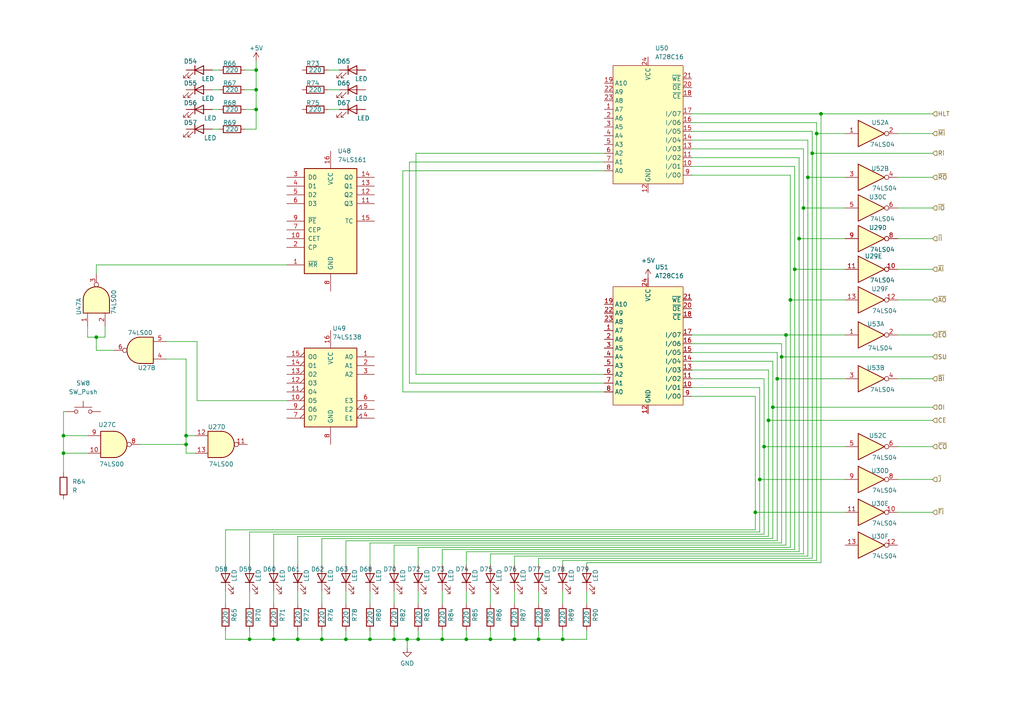
<source format=kicad_sch>
(kicad_sch (version 20230121) (generator eeschema)
  (paper "A4")
  (lib_symbols
    (symbol "74xx:74LS00" (pin_names (offset 1.016))
      (property "Reference" "U" (at 0 1.27 0))
      (property "Value" "74LS00" (at 0 -1.27 0))
      (symbol "74LS00_1_1"
        (arc (start 0 -3.81) (mid 3.7934 0) (end 0 3.81) (stroke (width 0.254)) (fill (type background)))
        (polyline (pts (xy 0 3.81) (xy -3.81 3.81) (xy -3.81 -3.81) (xy 0 -3.81)) (stroke (width 0.254)) (fill (type background)))
        (pin input line (at -7.62 2.54 0) (length 3.81) (name "~") (number "1"))
        (pin input line (at -7.62 -2.54 0) (length 3.81) (name "~") (number "2"))
        (pin output inverted (at 7.62 0 180) (length 3.81) (name "~") (number "3"))
      )
      (symbol "74LS00_1_2"
        (arc (start -3.81 -3.81) (mid -2.589 0) (end -3.81 3.81) (stroke (width 0.254)))
        (arc (start -0.6096 -3.81) (mid 2.1842 -2.5851) (end 3.81 0) (stroke (width 0.254)) (fill (type background)))
        (polyline (pts (xy -3.81 -3.81) (xy -0.635 -3.81)) (stroke (width 0.254)) (fill (type background)))
        (polyline (pts (xy -3.81 3.81) (xy -0.635 3.81)) (stroke (width 0.254)) (fill (type background)))
        (polyline (pts (xy -0.635 3.81) (xy -3.81 3.81) (xy -3.81 3.81) (xy -3.556 3.4036) (xy -3.0226 2.2606) (xy -2.6924 1.0414) (xy -2.6162 -0.254) (xy -2.7686 -1.4986) (xy -3.175 -2.7178) (xy -3.81 -3.81) (xy -3.81 -3.81) (xy -0.635 -3.81)) (stroke (width -25.4)) (fill (type background)))
        (arc (start 3.81 0) (mid 2.1915 2.5936) (end -0.6096 3.81) (stroke (width 0.254)) (fill (type background)))
        (pin input inverted (at -7.62 2.54 0) (length 4.318) (name "~") (number "1"))
        (pin input inverted (at -7.62 -2.54 0) (length 4.318) (name "~") (number "2"))
        (pin output line (at 7.62 0 180) (length 3.81) (name "~") (number "3"))
      )
      (symbol "74LS00_2_1"
        (arc (start 0 -3.81) (mid 3.7934 0) (end 0 3.81) (stroke (width 0.254)) (fill (type background)))
        (polyline (pts (xy 0 3.81) (xy -3.81 3.81) (xy -3.81 -3.81) (xy 0 -3.81)) (stroke (width 0.254)) (fill (type background)))
        (pin input line (at -7.62 2.54 0) (length 3.81) (name "~") (number "4"))
        (pin input line (at -7.62 -2.54 0) (length 3.81) (name "~") (number "5"))
        (pin output inverted (at 7.62 0 180) (length 3.81) (name "~") (number "6"))
      )
      (symbol "74LS00_2_2"
        (arc (start -3.81 -3.81) (mid -2.589 0) (end -3.81 3.81) (stroke (width 0.254)))
        (arc (start -0.6096 -3.81) (mid 2.1842 -2.5851) (end 3.81 0) (stroke (width 0.254)) (fill (type background)))
        (polyline (pts (xy -3.81 -3.81) (xy -0.635 -3.81)) (stroke (width 0.254)) (fill (type background)))
        (polyline (pts (xy -3.81 3.81) (xy -0.635 3.81)) (stroke (width 0.254)) (fill (type background)))
        (polyline (pts (xy -0.635 3.81) (xy -3.81 3.81) (xy -3.81 3.81) (xy -3.556 3.4036) (xy -3.0226 2.2606) (xy -2.6924 1.0414) (xy -2.6162 -0.254) (xy -2.7686 -1.4986) (xy -3.175 -2.7178) (xy -3.81 -3.81) (xy -3.81 -3.81) (xy -0.635 -3.81)) (stroke (width -25.4)) (fill (type background)))
        (arc (start 3.81 0) (mid 2.1915 2.5936) (end -0.6096 3.81) (stroke (width 0.254)) (fill (type background)))
        (pin input inverted (at -7.62 2.54 0) (length 4.318) (name "~") (number "4"))
        (pin input inverted (at -7.62 -2.54 0) (length 4.318) (name "~") (number "5"))
        (pin output line (at 7.62 0 180) (length 3.81) (name "~") (number "6"))
      )
      (symbol "74LS00_3_1"
        (arc (start 0 -3.81) (mid 3.7934 0) (end 0 3.81) (stroke (width 0.254)) (fill (type background)))
        (polyline (pts (xy 0 3.81) (xy -3.81 3.81) (xy -3.81 -3.81) (xy 0 -3.81)) (stroke (width 0.254)) (fill (type background)))
        (pin input line (at -7.62 -2.54 0) (length 3.81) (name "~") (number "10"))
        (pin output inverted (at 7.62 0 180) (length 3.81) (name "~") (number "8"))
        (pin input line (at -7.62 2.54 0) (length 3.81) (name "~") (number "9"))
      )
      (symbol "74LS00_3_2"
        (arc (start -3.81 -3.81) (mid -2.589 0) (end -3.81 3.81) (stroke (width 0.254)))
        (arc (start -0.6096 -3.81) (mid 2.1842 -2.5851) (end 3.81 0) (stroke (width 0.254)) (fill (type background)))
        (polyline (pts (xy -3.81 -3.81) (xy -0.635 -3.81)) (stroke (width 0.254)) (fill (type background)))
        (polyline (pts (xy -3.81 3.81) (xy -0.635 3.81)) (stroke (width 0.254)) (fill (type background)))
        (polyline (pts (xy -0.635 3.81) (xy -3.81 3.81) (xy -3.81 3.81) (xy -3.556 3.4036) (xy -3.0226 2.2606) (xy -2.6924 1.0414) (xy -2.6162 -0.254) (xy -2.7686 -1.4986) (xy -3.175 -2.7178) (xy -3.81 -3.81) (xy -3.81 -3.81) (xy -0.635 -3.81)) (stroke (width -25.4)) (fill (type background)))
        (arc (start 3.81 0) (mid 2.1915 2.5936) (end -0.6096 3.81) (stroke (width 0.254)) (fill (type background)))
        (pin input inverted (at -7.62 -2.54 0) (length 4.318) (name "~") (number "10"))
        (pin output line (at 7.62 0 180) (length 3.81) (name "~") (number "8"))
        (pin input inverted (at -7.62 2.54 0) (length 4.318) (name "~") (number "9"))
      )
      (symbol "74LS00_4_1"
        (arc (start 0 -3.81) (mid 3.7934 0) (end 0 3.81) (stroke (width 0.254)) (fill (type background)))
        (polyline (pts (xy 0 3.81) (xy -3.81 3.81) (xy -3.81 -3.81) (xy 0 -3.81)) (stroke (width 0.254)) (fill (type background)))
        (pin output inverted (at 7.62 0 180) (length 3.81) (name "~") (number "11"))
        (pin input line (at -7.62 2.54 0) (length 3.81) (name "~") (number "12"))
        (pin input line (at -7.62 -2.54 0) (length 3.81) (name "~") (number "13"))
      )
      (symbol "74LS00_4_2"
        (arc (start -3.81 -3.81) (mid -2.589 0) (end -3.81 3.81) (stroke (width 0.254)))
        (arc (start -0.6096 -3.81) (mid 2.1842 -2.5851) (end 3.81 0) (stroke (width 0.254)) (fill (type background)))
        (polyline (pts (xy -3.81 -3.81) (xy -0.635 -3.81)) (stroke (width 0.254)) (fill (type background)))
        (polyline (pts (xy -3.81 3.81) (xy -0.635 3.81)) (stroke (width 0.254)) (fill (type background)))
        (polyline (pts (xy -0.635 3.81) (xy -3.81 3.81) (xy -3.81 3.81) (xy -3.556 3.4036) (xy -3.0226 2.2606) (xy -2.6924 1.0414) (xy -2.6162 -0.254) (xy -2.7686 -1.4986) (xy -3.175 -2.7178) (xy -3.81 -3.81) (xy -3.81 -3.81) (xy -0.635 -3.81)) (stroke (width -25.4)) (fill (type background)))
        (arc (start 3.81 0) (mid 2.1915 2.5936) (end -0.6096 3.81) (stroke (width 0.254)) (fill (type background)))
        (pin output line (at 7.62 0 180) (length 3.81) (name "~") (number "11"))
        (pin input inverted (at -7.62 2.54 0) (length 4.318) (name "~") (number "12"))
        (pin input inverted (at -7.62 -2.54 0) (length 4.318) (name "~") (number "13"))
      )
      (symbol "74LS00_5_0"
        (pin power_in line (at 0 12.7 270) (length 5.08) (name "VCC") (number "14"))
        (pin power_in line (at 0 -12.7 90) (length 5.08) (name "GND") (number "7"))
      )
      (symbol "74LS00_5_1"
        (rectangle (start -5.08 7.62) (end 5.08 -7.62) (stroke (width 0.254)) (fill (type background)))
      )
    )
    (symbol "74xx:74LS04"
      (property "Reference" "U" (at 0 1.27 0))
      (property "Value" "74LS04" (at 0 -1.27 0))
      (symbol "74LS04_1_0"
        (polyline (pts (xy -3.81 3.81) (xy -3.81 -3.81) (xy 3.81 0) (xy -3.81 3.81)) (stroke (width 0.254)) (fill (type background)))
        (pin input line (at -7.62 0 0) (length 3.81) (name "~") (number "1"))
        (pin output inverted (at 7.62 0 180) (length 3.81) (name "~") (number "2"))
      )
      (symbol "74LS04_2_0"
        (polyline (pts (xy -3.81 3.81) (xy -3.81 -3.81) (xy 3.81 0) (xy -3.81 3.81)) (stroke (width 0.254)) (fill (type background)))
        (pin input line (at -7.62 0 0) (length 3.81) (name "~") (number "3"))
        (pin output inverted (at 7.62 0 180) (length 3.81) (name "~") (number "4"))
      )
      (symbol "74LS04_3_0"
        (polyline (pts (xy -3.81 3.81) (xy -3.81 -3.81) (xy 3.81 0) (xy -3.81 3.81)) (stroke (width 0.254)) (fill (type background)))
        (pin input line (at -7.62 0 0) (length 3.81) (name "~") (number "5"))
        (pin output inverted (at 7.62 0 180) (length 3.81) (name "~") (number "6"))
      )
      (symbol "74LS04_4_0"
        (polyline (pts (xy -3.81 3.81) (xy -3.81 -3.81) (xy 3.81 0) (xy -3.81 3.81)) (stroke (width 0.254)) (fill (type background)))
        (pin output inverted (at 7.62 0 180) (length 3.81) (name "~") (number "8"))
        (pin input line (at -7.62 0 0) (length 3.81) (name "~") (number "9"))
      )
      (symbol "74LS04_5_0"
        (polyline (pts (xy -3.81 3.81) (xy -3.81 -3.81) (xy 3.81 0) (xy -3.81 3.81)) (stroke (width 0.254)) (fill (type background)))
        (pin output inverted (at 7.62 0 180) (length 3.81) (name "~") (number "10"))
        (pin input line (at -7.62 0 0) (length 3.81) (name "~") (number "11"))
      )
      (symbol "74LS04_6_0"
        (polyline (pts (xy -3.81 3.81) (xy -3.81 -3.81) (xy 3.81 0) (xy -3.81 3.81)) (stroke (width 0.254)) (fill (type background)))
        (pin output inverted (at 7.62 0 180) (length 3.81) (name "~") (number "12"))
        (pin input line (at -7.62 0 0) (length 3.81) (name "~") (number "13"))
      )
      (symbol "74LS04_7_0"
        (pin power_in line (at 0 12.7 270) (length 5.08) (name "VCC") (number "14"))
        (pin power_in line (at 0 -12.7 90) (length 5.08) (name "GND") (number "7"))
      )
      (symbol "74LS04_7_1"
        (rectangle (start -5.08 7.62) (end 5.08 -7.62) (stroke (width 0.254)) (fill (type background)))
      )
    )
    (symbol "74xx:74LS138" (pin_names (offset 1.016))
      (property "Reference" "U" (at -7.62 11.43 0))
      (property "Value" "74LS138" (at -7.62 -13.97 0))
      (symbol "74LS138_1_0"
        (pin input line (at -12.7 7.62 0) (length 5.08) (name "A0") (number "1"))
        (pin output output_low (at 12.7 -5.08 180) (length 5.08) (name "O5") (number "10"))
        (pin output output_low (at 12.7 -2.54 180) (length 5.08) (name "O4") (number "11"))
        (pin output output_low (at 12.7 0 180) (length 5.08) (name "O3") (number "12"))
        (pin output output_low (at 12.7 2.54 180) (length 5.08) (name "O2") (number "13"))
        (pin output output_low (at 12.7 5.08 180) (length 5.08) (name "O1") (number "14"))
        (pin output output_low (at 12.7 7.62 180) (length 5.08) (name "O0") (number "15"))
        (pin power_in line (at 0 15.24 270) (length 5.08) (name "VCC") (number "16"))
        (pin input line (at -12.7 5.08 0) (length 5.08) (name "A1") (number "2"))
        (pin input line (at -12.7 2.54 0) (length 5.08) (name "A2") (number "3"))
        (pin input input_low (at -12.7 -10.16 0) (length 5.08) (name "E1") (number "4"))
        (pin input input_low (at -12.7 -7.62 0) (length 5.08) (name "E2") (number "5"))
        (pin input line (at -12.7 -5.08 0) (length 5.08) (name "E3") (number "6"))
        (pin output output_low (at 12.7 -10.16 180) (length 5.08) (name "O7") (number "7"))
        (pin power_in line (at 0 -17.78 90) (length 5.08) (name "GND") (number "8"))
        (pin output output_low (at 12.7 -7.62 180) (length 5.08) (name "O6") (number "9"))
      )
      (symbol "74LS138_1_1"
        (rectangle (start -7.62 10.16) (end 7.62 -12.7) (stroke (width 0.254)) (fill (type background)))
      )
    )
    (symbol "74xx:74LS161" (pin_names (offset 1.016))
      (property "Reference" "U" (at -7.62 16.51 0))
      (property "Value" "74LS161" (at -7.62 -16.51 0))
      (symbol "74LS161_1_0"
        (pin input line (at -12.7 -12.7 0) (length 5.08) (name "~{MR}") (number "1"))
        (pin input line (at -12.7 -5.08 0) (length 5.08) (name "CET") (number "10"))
        (pin output line (at 12.7 5.08 180) (length 5.08) (name "Q3") (number "11"))
        (pin output line (at 12.7 7.62 180) (length 5.08) (name "Q2") (number "12"))
        (pin output line (at 12.7 10.16 180) (length 5.08) (name "Q1") (number "13"))
        (pin output line (at 12.7 12.7 180) (length 5.08) (name "Q0") (number "14"))
        (pin output line (at 12.7 0 180) (length 5.08) (name "TC") (number "15"))
        (pin power_in line (at 0 20.32 270) (length 5.08) (name "VCC") (number "16"))
        (pin input line (at -12.7 -7.62 0) (length 5.08) (name "CP") (number "2"))
        (pin input line (at -12.7 12.7 0) (length 5.08) (name "D0") (number "3"))
        (pin input line (at -12.7 10.16 0) (length 5.08) (name "D1") (number "4"))
        (pin input line (at -12.7 7.62 0) (length 5.08) (name "D2") (number "5"))
        (pin input line (at -12.7 5.08 0) (length 5.08) (name "D3") (number "6"))
        (pin input line (at -12.7 -2.54 0) (length 5.08) (name "CEP") (number "7"))
        (pin power_in line (at 0 -20.32 90) (length 5.08) (name "GND") (number "8"))
        (pin input line (at -12.7 0 0) (length 5.08) (name "~{PE}") (number "9"))
      )
      (symbol "74LS161_1_1"
        (rectangle (start -7.62 15.24) (end 7.62 -15.24) (stroke (width 0.254)) (fill (type background)))
      )
    )
    (symbol "Device:C" (pin_numbers hide) (pin_names (offset 0.254))
      (property "Reference" "C" (at 0.635 2.54 0))
      (property "Value" "C" (at 0.635 -2.54 0))
      (symbol "C_0_1"
        (polyline (pts (xy -2.032 -0.762) (xy 2.032 -0.762)) (stroke (width 0.508)))
        (polyline (pts (xy -2.032 0.762) (xy 2.032 0.762)) (stroke (width 0.508)))
      )
      (symbol "C_1_1"
        (pin passive line (at 0 3.81 270) (length 2.794) (name "~") (number "1"))
        (pin passive line (at 0 -3.81 90) (length 2.794) (name "~") (number "2"))
      )
    )
    (symbol "Device:LED" (pin_numbers hide) (pin_names (offset 1.016) hide)
      (property "Reference" "D" (at 0 2.54 0))
      (property "Value" "LED" (at 0 -2.54 0))
      (symbol "LED_0_1"
        (polyline (pts (xy -1.27 -1.27) (xy -1.27 1.27)) (stroke (width 0.254)))
        (polyline (pts (xy -1.27 0) (xy 1.27 0)))
        (polyline (pts (xy 1.27 -1.27) (xy 1.27 1.27) (xy -1.27 0) (xy 1.27 -1.27)) (stroke (width 0.254)))
        (polyline (pts (xy -3.048 -0.762) (xy -4.572 -2.286) (xy -3.81 -2.286) (xy -4.572 -2.286) (xy -4.572 -1.524)))
        (polyline (pts (xy -1.778 -0.762) (xy -3.302 -2.286) (xy -2.54 -2.286) (xy -3.302 -2.286) (xy -3.302 -1.524)))
      )
      (symbol "LED_1_1"
        (pin passive line (at -3.81 0 0) (length 2.54) (name "K") (number "1"))
        (pin passive line (at 3.81 0 180) (length 2.54) (name "A") (number "2"))
      )
    )
    (symbol "Device:R" (pin_numbers hide) (pin_names (offset 0))
      (property "Reference" "R" (at 2.032 0 90))
      (property "Value" "R" (at 0 0 90))
      (symbol "R_0_1"
        (rectangle (start -1.016 -2.54) (end 1.016 2.54) (stroke (width 0.254)))
      )
      (symbol "R_1_1"
        (pin passive line (at 0 3.81 270) (length 1.27) (name "~") (number "1"))
        (pin passive line (at 0 -3.81 90) (length 1.27) (name "~") (number "2"))
      )
    )
    (symbol "Memory_EEPROM:AT28C16"
      (property "Reference" "U" (at 7.62 17.78 0))
      (property "Value" "AT28C16" (at 6.35 -19.05 0))
      (symbol "AT28C16_0_1"
        (rectangle (start -10.16 16.51) (end 10.16 -17.78) (fill (type background)))
      )
      (symbol "AT28C16_1_1"
        (pin input line (at -12.7 3.81 0) (length 2.54) (name "A7") (number "1"))
        (pin bidirectional line (at 12.7 -12.7 180) (length 2.54) (name "I/O1") (number "10"))
        (pin bidirectional line (at 12.7 -10.16 180) (length 2.54) (name "I/O2") (number "11"))
        (pin power_in line (at 0 -20.32 90) (length 2.54) (name "GND") (number "12"))
        (pin bidirectional line (at 12.7 -7.62 180) (length 2.54) (name "I/O3") (number "13"))
        (pin bidirectional line (at 12.7 -5.08 180) (length 2.54) (name "I/O4") (number "14"))
        (pin bidirectional line (at 12.7 -2.54 180) (length 2.54) (name "I/O5") (number "15"))
        (pin bidirectional line (at 12.7 0 180) (length 2.54) (name "I/O6") (number "16"))
        (pin bidirectional line (at 12.7 2.54 180) (length 2.54) (name "I/O7") (number "17"))
        (pin input line (at 12.7 7.62 180) (length 2.54) (name "~{CE}") (number "18"))
        (pin input line (at -12.7 11.43 0) (length 2.54) (name "A10") (number "19"))
        (pin input line (at -12.7 1.27 0) (length 2.54) (name "A6") (number "2"))
        (pin input line (at 12.7 10.16 180) (length 2.54) (name "~{OE}") (number "20"))
        (pin input line (at 12.7 12.7 180) (length 2.54) (name "~{WE}") (number "21"))
        (pin input line (at -12.7 8.89 0) (length 2.54) (name "A9") (number "22"))
        (pin input line (at -12.7 6.35 0) (length 2.54) (name "A8") (number "23"))
        (pin power_in line (at 0 19.05 270) (length 2.54) (name "VCC") (number "24"))
        (pin input line (at -12.7 -1.27 0) (length 2.54) (name "A5") (number "3"))
        (pin input line (at -12.7 -3.81 0) (length 2.54) (name "A4") (number "4"))
        (pin input line (at -12.7 -6.35 0) (length 2.54) (name "A3") (number "5"))
        (pin input line (at -12.7 -8.89 0) (length 2.54) (name "A2") (number "6"))
        (pin input line (at -12.7 -11.43 0) (length 2.54) (name "A1") (number "7"))
        (pin input line (at -12.7 -13.97 0) (length 2.54) (name "A0") (number "8"))
        (pin bidirectional line (at 12.7 -15.24 180) (length 2.54) (name "I/O0") (number "9"))
      )
    )
    (symbol "Switch:SW_Push" (pin_numbers hide) (pin_names (offset 1.016) hide)
      (property "Reference" "SW" (at 1.27 2.54 0))
      (property "Value" "SW_Push" (at 0 -1.524 0))
      (symbol "SW_Push_0_1"
        (circle (center -2.032 0) (radius 0.508))
        (polyline (pts (xy 0 1.27) (xy 0 3.048)))
        (polyline (pts (xy 2.54 1.27) (xy -2.54 1.27)))
        (circle (center 2.032 0) (radius 0.508))
        (pin passive line (at -5.08 0 0) (length 2.54) (name "1") (number "1"))
        (pin passive line (at 5.08 0 180) (length 2.54) (name "2") (number "2"))
      )
    )
    (symbol "power:+5V" (power) (pin_names (offset 0))
      (property "Value" "+5V" (at 0 3.556 0))
      (symbol "+5V_0_1"
        (polyline (pts (xy -0.762 1.27) (xy 0 2.54)))
        (polyline (pts (xy 0 0) (xy 0 2.54)))
        (polyline (pts (xy 0 2.54) (xy 0.762 1.27)))
      )
      (symbol "+5V_1_1"
        (pin power_in line (at 0 0 90) (length 0) hide (name "+5V") (number "1"))
      )
    )
    (symbol "power:GND" (power) (pin_names (offset 0))
      (property "Value" "GND" (at 0 -3.81 0))
      (symbol "GND_0_1"
        (polyline (pts (xy 0 0) (xy 0 -1.27) (xy 1.27 -1.27) (xy 0 -2.54) (xy -1.27 -1.27) (xy 0 -1.27)))
      )
      (symbol "GND_1_1"
        (pin power_in line (at 0 0 270) (length 0) hide (name "GND") (number "1"))
      )
    )
  )
  (junction (at 226.695 103.505))
  (junction (at 18.415 131.445))
  (junction (at 74.295 26.035))
  (junction (at 233.045 60.325))
  (junction (at 222.885 121.92))
  (junction (at 79.375 185.42))
  (junction (at 93.345 185.42))
  (junction (at 114.3 185.42))
  (junction (at 18.415 126.365))
  (junction (at 121.285 185.42))
  (junction (at 142.24 185.42))
  (junction (at 230.505 78.105))
  (junction (at 118.11 185.42))
  (junction (at 224.155 118.11))
  (junction (at 236.855 38.735))
  (junction (at 53.975 126.365))
  (junction (at 53.975 128.905))
  (junction (at 229.235 86.995))
  (junction (at 74.295 31.75))
  (junction (at 235.585 44.45))
  (junction (at 149.225 185.42))
  (junction (at 220.345 139.065))
  (junction (at 221.615 129.54))
  (junction (at 156.21 185.42))
  (junction (at 74.295 20.32))
  (junction (at 219.075 148.59))
  (junction (at 72.39 185.42))
  (junction (at 128.27 185.42))
  (junction (at 231.775 69.215))
  (junction (at 100.33 185.42))
  (junction (at 163.195 185.42))
  (junction (at 234.315 51.435))
  (junction (at 225.425 109.855))
  (junction (at 27.94 97.79))
  (junction (at 107.315 185.42))
  (junction (at 135.255 185.42))
  (junction (at 86.36 185.42))
  (junction (at 238.125 33.02))
  (junction (at 227.965 97.155))
  (wire (pts (xy 231.775 69.215) (xy 245.11 69.215)))
  (wire (pts (xy 224.155 104.775) (xy 224.155 118.11)))
  (wire (pts (xy 53.975 126.365) (xy 53.975 128.905)))
  (wire (pts (xy 93.345 156.21) (xy 224.155 156.21)))
  (wire (pts (xy 142.24 182.88) (xy 142.24 185.42)))
  (wire (pts (xy 25.4 94.615) (xy 25.4 97.79)))
  (wire (pts (xy 86.36 182.88) (xy 86.36 185.42)))
  (wire (pts (xy 61.595 26.035) (xy 63.5 26.035)))
  (wire (pts (xy 233.045 160.655) (xy 233.045 60.325)))
  (wire (pts (xy 114.3 171.45) (xy 114.3 175.26)))
  (wire (pts (xy 18.415 131.445) (xy 25.4 131.445)))
  (wire (pts (xy 170.18 163.83) (xy 170.18 163.195)))
  (wire (pts (xy 163.195 163.83) (xy 163.195 162.56)))
  (wire (pts (xy 100.33 182.88) (xy 100.33 185.42)))
  (wire (pts (xy 116.84 49.53) (xy 175.26 49.53)))
  (wire (pts (xy 163.195 182.88) (xy 163.195 185.42)))
  (wire (pts (xy 227.965 158.115) (xy 227.965 97.155)))
  (wire (pts (xy 65.405 171.45) (xy 65.405 175.26)))
  (wire (pts (xy 128.27 171.45) (xy 128.27 175.26)))
  (wire (pts (xy 114.3 158.115) (xy 227.965 158.115)))
  (wire (pts (xy 72.39 185.42) (xy 79.375 185.42)))
  (wire (pts (xy 65.405 182.88) (xy 65.405 185.42)))
  (wire (pts (xy 260.35 60.325) (xy 270.51 60.325)))
  (wire (pts (xy 135.255 160.02) (xy 231.775 160.02)))
  (wire (pts (xy 200.66 109.855) (xy 221.615 109.855)))
  (wire (pts (xy 121.285 158.75) (xy 229.235 158.75)))
  (wire (pts (xy 260.35 139.065) (xy 270.51 139.065)))
  (wire (pts (xy 128.27 159.385) (xy 230.505 159.385)))
  (wire (pts (xy 72.39 163.83) (xy 72.39 154.305)))
  (wire (pts (xy 230.505 78.105) (xy 245.11 78.105)))
  (wire (pts (xy 135.255 171.45) (xy 135.255 175.26)))
  (wire (pts (xy 175.26 108.585) (xy 120.65 108.585)))
  (wire (pts (xy 200.66 33.02) (xy 238.125 33.02)))
  (wire (pts (xy 163.195 171.45) (xy 163.195 175.26)))
  (wire (pts (xy 25.4 97.79) (xy 27.94 97.79)))
  (wire (pts (xy 236.855 162.56) (xy 236.855 38.735)))
  (wire (pts (xy 63.5 20.32) (xy 61.595 20.32)))
  (wire (pts (xy 118.745 111.125) (xy 118.745 46.99)))
  (wire (pts (xy 74.295 17.78) (xy 74.295 20.32)))
  (wire (pts (xy 231.775 45.72) (xy 231.775 69.215)))
  (wire (pts (xy 233.045 60.325) (xy 245.11 60.325)))
  (wire (pts (xy 170.18 185.42) (xy 163.195 185.42)))
  (wire (pts (xy 226.695 99.695) (xy 226.695 103.505)))
  (wire (pts (xy 74.295 26.035) (xy 74.295 20.32)))
  (wire (pts (xy 116.84 113.665) (xy 116.84 49.53)))
  (wire (pts (xy 260.35 109.855) (xy 270.51 109.855)))
  (wire (pts (xy 156.21 163.83) (xy 156.21 161.925)))
  (wire (pts (xy 53.975 131.445) (xy 56.515 131.445)))
  (wire (pts (xy 221.615 109.855) (xy 221.615 129.54)))
  (wire (pts (xy 83.185 76.835) (xy 27.94 76.835)))
  (wire (pts (xy 238.125 33.02) (xy 270.51 33.02)))
  (wire (pts (xy 100.33 163.83) (xy 100.33 156.845)))
  (wire (pts (xy 200.66 38.1) (xy 235.585 38.1)))
  (wire (pts (xy 128.27 182.88) (xy 128.27 185.42)))
  (wire (pts (xy 30.48 97.79) (xy 27.94 97.79)))
  (wire (pts (xy 120.65 44.45) (xy 175.26 44.45)))
  (wire (pts (xy 222.885 155.575) (xy 222.885 121.92)))
  (wire (pts (xy 229.235 50.8) (xy 229.235 86.995)))
  (wire (pts (xy 260.35 129.54) (xy 270.51 129.54)))
  (wire (pts (xy 86.36 185.42) (xy 93.345 185.42)))
  (wire (pts (xy 235.585 44.45) (xy 270.51 44.45)))
  (wire (pts (xy 200.66 50.8) (xy 229.235 50.8)))
  (wire (pts (xy 200.66 102.235) (xy 225.425 102.235)))
  (wire (pts (xy 100.33 156.845) (xy 225.425 156.845)))
  (wire (pts (xy 128.27 185.42) (xy 121.285 185.42)))
  (wire (pts (xy 79.375 185.42) (xy 86.36 185.42)))
  (wire (pts (xy 221.615 154.94) (xy 221.615 129.54)))
  (wire (pts (xy 175.26 113.665) (xy 116.84 113.665)))
  (wire (pts (xy 227.965 97.155) (xy 245.11 97.155)))
  (wire (pts (xy 142.24 160.655) (xy 233.045 160.655)))
  (wire (pts (xy 18.415 119.38) (xy 19.05 119.38)))
  (wire (pts (xy 225.425 109.855) (xy 245.11 109.855)))
  (wire (pts (xy 230.505 48.26) (xy 230.505 78.105)))
  (wire (pts (xy 65.405 163.83) (xy 65.405 153.67)))
  (wire (pts (xy 107.315 182.88) (xy 107.315 185.42)))
  (wire (pts (xy 121.285 171.45) (xy 121.285 175.26)))
  (wire (pts (xy 18.415 126.365) (xy 25.4 126.365)))
  (wire (pts (xy 156.21 185.42) (xy 149.225 185.42)))
  (wire (pts (xy 65.405 185.42) (xy 72.39 185.42)))
  (wire (pts (xy 71.12 26.035) (xy 74.295 26.035)))
  (wire (pts (xy 121.285 182.88) (xy 121.285 185.42)))
  (wire (pts (xy 74.295 37.465) (xy 74.295 31.75)))
  (wire (pts (xy 114.3 185.42) (xy 118.11 185.42)))
  (wire (pts (xy 79.375 154.94) (xy 221.615 154.94)))
  (wire (pts (xy 200.66 48.26) (xy 230.505 48.26)))
  (wire (pts (xy 234.315 40.64) (xy 234.315 51.435)))
  (wire (pts (xy 220.345 139.065) (xy 245.11 139.065)))
  (wire (pts (xy 175.26 111.125) (xy 118.745 111.125)))
  (wire (pts (xy 71.12 31.75) (xy 74.295 31.75)))
  (wire (pts (xy 229.235 158.75) (xy 229.235 86.995)))
  (wire (pts (xy 53.975 128.905) (xy 53.975 131.445)))
  (wire (pts (xy 226.695 103.505) (xy 270.51 103.505)))
  (wire (pts (xy 170.18 163.195) (xy 238.125 163.195)))
  (wire (pts (xy 128.27 163.83) (xy 128.27 159.385)))
  (wire (pts (xy 219.075 153.67) (xy 219.075 148.59)))
  (wire (pts (xy 65.405 153.67) (xy 219.075 153.67)))
  (wire (pts (xy 231.775 160.02) (xy 231.775 69.215)))
  (wire (pts (xy 114.3 163.83) (xy 114.3 158.115)))
  (wire (pts (xy 135.255 163.83) (xy 135.255 160.02)))
  (wire (pts (xy 236.855 35.56) (xy 236.855 38.735)))
  (wire (pts (xy 61.595 37.465) (xy 63.5 37.465)))
  (wire (pts (xy 235.585 161.925) (xy 235.585 44.45)))
  (wire (pts (xy 142.24 171.45) (xy 142.24 175.26)))
  (wire (pts (xy 200.66 97.155) (xy 227.965 97.155)))
  (wire (pts (xy 234.315 51.435) (xy 234.315 161.29)))
  (wire (pts (xy 86.36 171.45) (xy 86.36 175.26)))
  (wire (pts (xy 142.24 163.83) (xy 142.24 160.655)))
  (wire (pts (xy 135.255 182.88) (xy 135.255 185.42)))
  (wire (pts (xy 100.33 171.45) (xy 100.33 175.26)))
  (wire (pts (xy 200.66 35.56) (xy 236.855 35.56)))
  (wire (pts (xy 260.35 97.155) (xy 270.51 97.155)))
  (wire (pts (xy 27.94 101.6) (xy 33.02 101.6)))
  (wire (pts (xy 95.25 31.75) (xy 98.425 31.75)))
  (wire (pts (xy 225.425 102.235) (xy 225.425 109.855)))
  (wire (pts (xy 163.195 162.56) (xy 236.855 162.56)))
  (wire (pts (xy 128.27 185.42) (xy 135.255 185.42)))
  (wire (pts (xy 72.39 182.88) (xy 72.39 185.42)))
  (wire (pts (xy 163.195 185.42) (xy 156.21 185.42)))
  (wire (pts (xy 107.315 163.83) (xy 107.315 157.48)))
  (wire (pts (xy 224.155 156.21) (xy 224.155 118.11)))
  (wire (pts (xy 18.415 131.445) (xy 18.415 126.365)))
  (wire (pts (xy 219.075 148.59) (xy 245.11 148.59)))
  (wire (pts (xy 226.695 157.48) (xy 226.695 103.505)))
  (wire (pts (xy 93.345 163.83) (xy 93.345 156.21)))
  (wire (pts (xy 222.885 121.92) (xy 270.51 121.92)))
  (wire (pts (xy 142.24 185.42) (xy 149.225 185.42)))
  (wire (pts (xy 107.315 157.48) (xy 226.695 157.48)))
  (wire (pts (xy 200.66 43.18) (xy 233.045 43.18)))
  (wire (pts (xy 93.345 185.42) (xy 100.33 185.42)))
  (wire (pts (xy 156.21 182.88) (xy 156.21 185.42)))
  (wire (pts (xy 260.35 78.105) (xy 270.51 78.105)))
  (wire (pts (xy 200.66 114.935) (xy 219.075 114.935)))
  (wire (pts (xy 121.285 163.83) (xy 121.285 158.75)))
  (wire (pts (xy 220.345 154.305) (xy 220.345 139.065)))
  (wire (pts (xy 40.64 128.905) (xy 53.975 128.905)))
  (wire (pts (xy 27.94 97.79) (xy 27.94 101.6)))
  (wire (pts (xy 71.12 37.465) (xy 74.295 37.465)))
  (wire (pts (xy 238.125 163.195) (xy 238.125 33.02)))
  (wire (pts (xy 107.315 185.42) (xy 114.3 185.42)))
  (wire (pts (xy 95.25 20.32) (xy 98.425 20.32)))
  (wire (pts (xy 200.66 40.64) (xy 234.315 40.64)))
  (wire (pts (xy 260.35 51.435) (xy 270.51 51.435)))
  (wire (pts (xy 219.075 114.935) (xy 219.075 148.59)))
  (wire (pts (xy 57.15 99.06) (xy 57.15 116.205)))
  (wire (pts (xy 220.345 112.395) (xy 220.345 139.065)))
  (wire (pts (xy 27.94 76.835) (xy 27.94 79.375)))
  (wire (pts (xy 57.15 116.205) (xy 83.185 116.205)))
  (wire (pts (xy 149.225 163.83) (xy 149.225 161.29)))
  (wire (pts (xy 56.515 126.365) (xy 53.975 126.365)))
  (wire (pts (xy 260.35 38.735) (xy 270.51 38.735)))
  (wire (pts (xy 200.66 112.395) (xy 220.345 112.395)))
  (wire (pts (xy 72.39 171.45) (xy 72.39 175.26)))
  (wire (pts (xy 107.315 171.45) (xy 107.315 175.26)))
  (wire (pts (xy 142.24 185.42) (xy 135.255 185.42)))
  (wire (pts (xy 114.3 182.88) (xy 114.3 185.42)))
  (wire (pts (xy 224.155 118.11) (xy 270.51 118.11)))
  (wire (pts (xy 100.33 185.42) (xy 107.315 185.42)))
  (wire (pts (xy 200.66 107.315) (xy 222.885 107.315)))
  (wire (pts (xy 74.295 31.75) (xy 74.295 26.035)))
  (wire (pts (xy 79.375 171.45) (xy 79.375 175.26)))
  (wire (pts (xy 30.48 94.615) (xy 30.48 97.79)))
  (wire (pts (xy 260.35 69.215) (xy 270.51 69.215)))
  (wire (pts (xy 260.35 86.995) (xy 270.51 86.995)))
  (wire (pts (xy 86.36 155.575) (xy 222.885 155.575)))
  (wire (pts (xy 149.225 161.29) (xy 234.315 161.29)))
  (wire (pts (xy 61.595 31.75) (xy 63.5 31.75)))
  (wire (pts (xy 79.375 163.83) (xy 79.375 154.94)))
  (wire (pts (xy 53.975 104.14) (xy 53.975 126.365)))
  (wire (pts (xy 170.18 182.88) (xy 170.18 185.42)))
  (wire (pts (xy 74.295 20.32) (xy 71.12 20.32)))
  (wire (pts (xy 93.345 171.45) (xy 93.345 175.26)))
  (wire (pts (xy 48.26 99.06) (xy 57.15 99.06)))
  (wire (pts (xy 79.375 182.88) (xy 79.375 185.42)))
  (wire (pts (xy 18.415 137.16) (xy 18.415 131.445)))
  (wire (pts (xy 149.225 171.45) (xy 149.225 175.26)))
  (wire (pts (xy 260.35 148.59) (xy 270.51 148.59)))
  (wire (pts (xy 230.505 159.385) (xy 230.505 78.105)))
  (wire (pts (xy 236.855 38.735) (xy 245.11 38.735)))
  (wire (pts (xy 229.235 86.995) (xy 245.11 86.995)))
  (wire (pts (xy 48.26 104.14) (xy 53.975 104.14)))
  (wire (pts (xy 200.66 45.72) (xy 231.775 45.72)))
  (wire (pts (xy 200.66 104.775) (xy 224.155 104.775)))
  (wire (pts (xy 18.415 126.365) (xy 18.415 119.38)))
  (wire (pts (xy 118.11 185.42) (xy 121.285 185.42)))
  (wire (pts (xy 72.39 154.305) (xy 220.345 154.305)))
  (wire (pts (xy 120.65 108.585) (xy 120.65 44.45)))
  (wire (pts (xy 118.11 185.42) (xy 118.11 187.96)))
  (wire (pts (xy 200.66 99.695) (xy 226.695 99.695)))
  (wire (pts (xy 118.745 46.99) (xy 175.26 46.99)))
  (wire (pts (xy 235.585 38.1) (xy 235.585 44.45)))
  (wire (pts (xy 222.885 107.315) (xy 222.885 121.92)))
  (wire (pts (xy 156.21 171.45) (xy 156.21 175.26)))
  (wire (pts (xy 234.315 51.435) (xy 245.11 51.435)))
  (wire (pts (xy 149.225 182.88) (xy 149.225 185.42)))
  (wire (pts (xy 225.425 156.845) (xy 225.425 109.855)))
  (wire (pts (xy 86.36 163.83) (xy 86.36 155.575)))
  (wire (pts (xy 233.045 43.18) (xy 233.045 60.325)))
  (wire (pts (xy 95.25 26.035) (xy 98.425 26.035)))
  (wire (pts (xy 170.18 171.45) (xy 170.18 175.26)))
  (wire (pts (xy 221.615 129.54) (xy 245.11 129.54)))
  (wire (pts (xy 93.345 182.88) (xy 93.345 185.42)))
  (wire (pts (xy 156.21 161.925) (xy 235.585 161.925)))
  (hierarchical_label "~{J}" (shape input) (at 270.51 139.065 0))
  (hierarchical_label "~{AI}" (shape input) (at 270.51 78.105 0))
  (hierarchical_label "~{CO}" (shape input) (at 270.51 129.54 0))
  (hierarchical_label "~{FI}" (shape input) (at 270.51 148.59 0))
  (hierarchical_label "~{MI}" (shape input) (at 270.51 38.735 0))
  (hierarchical_label "~{IO}" (shape input) (at 270.51 60.325 0))
  (hierarchical_label "~{BI}" (shape input) (at 270.51 109.855 0))
  (hierarchical_label "~{RO}" (shape input) (at 270.51 51.435 0))
  (hierarchical_label "SU" (shape input) (at 270.51 103.505 0))
  (hierarchical_label "Ri" (shape input) (at 270.51 44.45 0))
  (hierarchical_label "~{II}" (shape input) (at 270.51 69.215 0))
  (hierarchical_label "HLT" (shape input) (at 270.51 33.02 0))
  (hierarchical_label "~{AO}" (shape input) (at 270.51 86.995 0))
  (hierarchical_label "~{EO}" (shape input) (at 270.51 97.155 0))
  (hierarchical_label "OI" (shape input) (at 270.51 118.11 0))
  (hierarchical_label "CE" (shape input) (at 270.51 121.92 0))
  (symbol (lib_id "Device:C") (at 298.45 -10.795 0) (unit 1)
    (property "Reference" "C15" (at 301.625 -12.0651 0) (effects (justify left)))
    (property "Value" "C" (at 301.625 -9.5251 0) (effects (justify left)))
  )
  (symbol (lib_id "Device:R") (at 97.155 -32.385 0) (unit 1)
    (property "Reference" "R77" (at 99.06 -33.6551 0) (effects (justify left)))
    (property "Value" "R" (at 99.06 -31.1151 0) (effects (justify left)))
  )
  (symbol (lib_id "Device:LED") (at 109.855 -23.495 0) (unit 1)
    (property "Reference" "D69" (at 108.2675 -29.845 0))
    (property "Value" "LED" (at 108.2675 -27.305 0))
  )
  (symbol (lib_id "Device:LED") (at 114.3 167.64 90) (unit 1)
    (property "Reference" "D70" (at 111.125 165.1 90) (effects (justify right)))
    (property "Value" "LED" (at 116.84 165.1 0) (effects (justify right)))
  )
  (symbol (lib_id "74xx:74LS04") (at 252.73 60.325 0) (unit 3)
    (property "Reference" "U30" (at 254.635 57.15 0))
    (property "Value" "74LS04" (at 255.905 63.5 0))
    (property "Datasheet" "http://www.ti.com/lit/gpn/sn74LS04" (effects hide))
  )
  (symbol (lib_id "Device:R") (at 67.31 20.32 90) (unit 1)
    (property "Reference" "R66" (at 68.58 18.415 90) (effects (justify left)))
    (property "Value" "220" (at 69.215 20.32 90) (effects (justify left)))
  )
  (symbol (lib_id "Device:R") (at 67.31 31.75 90) (unit 1)
    (property "Reference" "R68" (at 68.58 29.845 90) (effects (justify left)))
    (property "Value" "220" (at 69.215 31.75 90) (effects (justify left)))
  )
  (symbol (lib_id "Device:R") (at 121.285 179.07 0) (unit 1)
    (property "Reference" "R83" (at 123.825 180.34 90) (effects (justify left)))
    (property "Value" "220" (at 121.285 180.975 90) (effects (justify left)))
  )
  (symbol (lib_id "Device:R") (at 107.315 -31.115 0) (unit 1)
    (property "Reference" "R79" (at 109.22 -32.3851 0) (effects (justify left)))
    (property "Value" "R" (at 109.22 -29.8451 0) (effects (justify left)))
  )
  (symbol (lib_id "Device:LED") (at 79.375 167.64 90) (unit 1)
    (property "Reference" "D60" (at 76.2 165.1 90) (effects (justify right)))
    (property "Value" "LED" (at 81.915 165.1 0) (effects (justify right)))
  )
  (symbol (lib_id "Device:R") (at 91.44 26.035 90) (unit 1)
    (property "Reference" "R74" (at 92.71 24.13 90) (effects (justify left)))
    (property "Value" "220" (at 93.345 26.035 90) (effects (justify left)))
  )
  (symbol (lib_id "Switch:SW_Push") (at 24.13 119.38 0) (unit 1)
    (property "Reference" "SW8" (at 24.13 111.125 0))
    (property "Value" "SW_Push" (at 24.13 113.665 0))
  )
  (symbol (lib_id "Device:R") (at 163.195 179.07 0) (unit 1)
    (property "Reference" "R89" (at 165.735 180.34 90) (effects (justify left)))
    (property "Value" "220" (at 163.195 180.975 90) (effects (justify left)))
  )
  (symbol (lib_id "Device:R") (at 107.315 179.07 0) (unit 1)
    (property "Reference" "R80" (at 109.855 180.34 90) (effects (justify left)))
    (property "Value" "220" (at 107.315 180.975 90) (effects (justify left)))
  )
  (symbol (lib_id "Device:LED") (at 102.235 26.035 0) (unit 1)
    (property "Reference" "D66" (at 99.695 24.13 0))
    (property "Value" "LED" (at 104.775 28.575 0))
  )
  (symbol (lib_id "Device:R") (at 18.415 140.97 0) (unit 1)
    (property "Reference" "R64" (at 20.955 139.6999 0) (effects (justify left)))
    (property "Value" "R" (at 20.955 142.2399 0) (effects (justify left)))
  )
  (symbol (lib_id "Device:LED") (at 149.225 167.64 90) (unit 1)
    (property "Reference" "D76" (at 146.05 165.1 90) (effects (justify right)))
    (property "Value" "LED" (at 151.765 165.1 0) (effects (justify right)))
  )
  (symbol (lib_id "Memory_EEPROM:AT28C16") (at 187.96 35.56 0) (unit 1)
    (property "Reference" "U50" (at 189.9794 13.97 0) (effects (justify left)))
    (property "Value" "AT28C16" (at 189.9794 16.51 0) (effects (justify left)))
    (property "Footprint" "Package_DIP:DIP-24_W15.24mm_LongPads" (effects hide))
    (property "Datasheet" "http://cva.stanford.edu/classes/cs99s/datasheets/at28c16.pdf" (effects hide))
  )
  (symbol (lib_id "Device:LED") (at 142.24 167.64 90) (unit 1)
    (property "Reference" "D75" (at 139.065 165.1 90) (effects (justify right)))
    (property "Value" "LED" (at 144.78 165.1 0) (effects (justify right)))
  )
  (symbol (lib_id "power:+5V") (at 74.295 17.78 0) (unit 1)
    (property "Reference" "#PWR0209" (effects hide))
    (property "Value" "+5V" (at 74.295 13.97 0))
  )
  (symbol (lib_id "Device:R") (at 67.31 26.035 90) (unit 1)
    (property "Reference" "R67" (at 68.58 24.13 90) (effects (justify left)))
    (property "Value" "220" (at 69.215 26.035 90) (effects (justify left)))
  )
  (symbol (lib_id "Device:LED") (at 57.785 37.465 0) (unit 1)
    (property "Reference" "D57" (at 55.245 35.56 0))
    (property "Value" "LED" (at 60.96 40.005 0))
  )
  (symbol (lib_id "Device:LED") (at 65.405 167.64 90) (unit 1)
    (property "Reference" "D58" (at 62.23 165.1 90) (effects (justify right)))
    (property "Value" "LED" (at 67.945 165.1 0) (effects (justify right)))
  )
  (symbol (lib_id "Device:R") (at 93.345 179.07 0) (unit 1)
    (property "Reference" "R76" (at 95.885 180.34 90) (effects (justify left)))
    (property "Value" "220" (at 93.345 180.975 90) (effects (justify left)))
  )
  (symbol (lib_id "Device:R") (at 86.36 179.07 0) (unit 1)
    (property "Reference" "R72" (at 88.9 180.34 90) (effects (justify left)))
    (property "Value" "220" (at 86.36 180.975 90) (effects (justify left)))
  )
  (symbol (lib_id "power:GND") (at 118.11 187.96 0) (unit 1)
    (property "Reference" "#PWR0208" (effects hide))
    (property "Value" "GND" (at 118.11 192.405 0))
  )
  (symbol (lib_id "Device:R") (at 128.27 179.07 0) (unit 1)
    (property "Reference" "R84" (at 130.81 180.34 90) (effects (justify left)))
    (property "Value" "220" (at 128.27 180.975 90) (effects (justify left)))
  )
  (symbol (lib_id "74xx:74LS04") (at 252.73 51.435 0) (unit 2)
    (property "Reference" "U52" (at 255.27 48.895 0))
    (property "Value" "74LS04" (at 256.54 54.61 0))
    (property "Datasheet" "http://www.ti.com/lit/gpn/sn74LS04" (effects hide))
  )
  (symbol (lib_id "74xx:74LS00") (at 64.135 128.905 0) (unit 4)
    (property "Reference" "U27" (at 62.865 123.825 0))
    (property "Value" "74LS00" (at 64.135 134.62 0))
    (property "Datasheet" "http://www.ti.com/lit/gpn/sn74ls00" (effects hide))
  )
  (symbol (lib_id "Device:R") (at 142.24 179.07 0) (unit 1)
    (property "Reference" "R86" (at 144.78 180.34 90) (effects (justify left)))
    (property "Value" "220" (at 142.24 180.975 90) (effects (justify left)))
  )
  (symbol (lib_id "74xx:74LS04") (at 252.73 148.59 0) (unit 5)
    (property "Reference" "U30" (at 255.27 146.05 0))
    (property "Value" "74LS04" (at 256.54 151.765 0))
    (property "Datasheet" "http://www.ti.com/lit/gpn/sn74LS04" (effects hide))
  )
  (symbol (lib_id "74xx:74LS138") (at 95.885 111.125 0) (mirror y) (unit 1)
    (property "Reference" "U49" (at 96.4056 95.25 0) (effects (justify right)))
    (property "Value" "74LS138" (at 96.4056 97.79 0) (effects (justify right)))
    (property "Datasheet" "http://www.ti.com/lit/gpn/sn74LS138" (effects hide))
  )
  (symbol (lib_id "Device:C") (at 307.975 -7.62 0) (unit 1)
    (property "Reference" "C16" (at 311.785 -8.8901 0) (effects (justify left)))
    (property "Value" "C" (at 311.785 -6.3501 0) (effects (justify left)))
  )
  (symbol (lib_id "Device:R") (at 79.375 179.07 0) (unit 1)
    (property "Reference" "R71" (at 81.915 180.34 90) (effects (justify left)))
    (property "Value" "220" (at 79.375 180.975 90) (effects (justify left)))
  )
  (symbol (lib_id "Device:R") (at 91.44 20.32 90) (unit 1)
    (property "Reference" "R73" (at 92.71 18.415 90) (effects (justify left)))
    (property "Value" "220" (at 93.345 20.32 90) (effects (justify left)))
  )
  (symbol (lib_id "74xx:74LS04") (at 252.73 97.155 0) (unit 1)
    (property "Reference" "U53" (at 254 93.98 0))
    (property "Value" "74LS04" (at 255.27 100.965 0))
    (property "Datasheet" "http://www.ti.com/lit/gpn/sn74LS04" (effects hide))
  )
  (symbol (lib_id "Device:R") (at 135.255 179.07 0) (unit 1)
    (property "Reference" "R85" (at 137.795 180.34 90) (effects (justify left)))
    (property "Value" "220" (at 135.255 180.975 90) (effects (justify left)))
  )
  (symbol (lib_id "Device:LED") (at 72.39 167.64 90) (unit 1)
    (property "Reference" "D59" (at 69.215 165.1 90) (effects (justify right)))
    (property "Value" "LED" (at 74.93 165.1 0) (effects (justify right)))
  )
  (symbol (lib_id "74xx:74LS04") (at 252.73 86.995 0) (unit 6)
    (property "Reference" "U29" (at 255.27 83.82 0))
    (property "Value" "74LS04" (at 256.54 90.17 0))
    (property "Datasheet" "http://www.ti.com/lit/gpn/sn74LS04" (effects hide))
  )
  (symbol (lib_id "Device:LED") (at 57.785 31.75 0) (unit 1)
    (property "Reference" "D56" (at 55.245 29.845 0))
    (property "Value" "LED" (at 60.96 34.29 0))
  )
  (symbol (lib_id "74xx:74LS161") (at 95.885 64.135 0) (unit 1)
    (property "Reference" "U48" (at 97.9044 43.815 0) (effects (justify left)))
    (property "Value" "74LS161" (at 97.9044 46.355 0) (effects (justify left)))
    (property "Datasheet" "http://www.ti.com/lit/gpn/sn74LS161" (effects hide))
  )
  (symbol (lib_id "Device:LED") (at 102.235 31.75 0) (unit 1)
    (property "Reference" "D67" (at 99.695 29.845 0))
    (property "Value" "LED" (at 105.41 34.29 0))
  )
  (symbol (lib_id "74xx:74LS04") (at 252.73 78.105 0) (unit 5)
    (property "Reference" "U29" (at 253.365 74.295 0))
    (property "Value" "74LS04" (at 255.905 81.28 0))
    (property "Datasheet" "http://www.ti.com/lit/gpn/sn74LS04" (effects hide))
  )
  (symbol (lib_id "Device:R") (at 149.225 179.07 0) (unit 1)
    (property "Reference" "R87" (at 151.765 180.34 90) (effects (justify left)))
    (property "Value" "220" (at 149.225 180.975 90) (effects (justify left)))
  )
  (symbol (lib_id "74xx:74LS04") (at 252.73 139.065 0) (unit 4)
    (property "Reference" "U30" (at 255.27 136.525 0))
    (property "Value" "74LS04" (at 256.54 142.24 0))
    (property "Datasheet" "http://www.ti.com/lit/gpn/sn74LS04" (effects hide))
  )
  (symbol (lib_id "Device:LED") (at 118.745 -22.225 0) (unit 1)
    (property "Reference" "D71" (at 117.1575 -28.575 0))
    (property "Value" "LED" (at 117.1575 -26.035 0))
  )
  (symbol (lib_id "Device:R") (at 113.665 -31.115 0) (unit 1)
    (property "Reference" "R81" (at 115.57 -32.3851 0) (effects (justify left)))
    (property "Value" "R" (at 115.57 -29.8451 0) (effects (justify left)))
  )
  (symbol (lib_id "Device:LED") (at 93.345 167.64 90) (unit 1)
    (property "Reference" "D62" (at 90.17 165.1 90) (effects (justify right)))
    (property "Value" "LED" (at 95.885 165.1 0) (effects (justify right)))
  )
  (symbol (lib_id "74xx:74LS04") (at 252.73 129.54 0) (unit 3)
    (property "Reference" "U52" (at 254.635 126.365 0))
    (property "Value" "74LS04" (at 256.54 132.715 0))
    (property "Datasheet" "http://www.ti.com/lit/gpn/sn74LS04" (effects hide))
  )
  (symbol (lib_id "Device:LED") (at 57.785 26.035 0) (unit 1)
    (property "Reference" "D55" (at 55.245 24.13 0))
    (property "Value" "LED" (at 60.325 28.575 0))
  )
  (symbol (lib_id "Device:LED") (at 121.285 167.64 90) (unit 1)
    (property "Reference" "D72" (at 118.11 165.1 90) (effects (justify right)))
    (property "Value" "LED" (at 123.825 165.1 0) (effects (justify right)))
  )
  (symbol (lib_id "Device:LED") (at 128.27 167.64 90) (unit 1)
    (property "Reference" "D73" (at 125.095 165.1 90) (effects (justify right)))
    (property "Value" "LED" (at 130.81 165.1 0) (effects (justify right)))
  )
  (symbol (lib_id "74xx:74LS00") (at 33.02 128.905 0) (unit 3)
    (property "Reference" "U27" (at 31.115 123.19 0))
    (property "Value" "74LS00" (at 32.385 134.62 0))
    (property "Datasheet" "http://www.ti.com/lit/gpn/sn74ls00" (effects hide))
  )
  (symbol (lib_id "Device:LED") (at 86.36 167.64 90) (unit 1)
    (property "Reference" "D61" (at 83.185 165.1 90) (effects (justify right)))
    (property "Value" "LED" (at 88.9 165.1 0) (effects (justify right)))
  )
  (symbol (lib_id "74xx:74LS04") (at 252.73 69.215 0) (unit 4)
    (property "Reference" "U29" (at 254.635 66.04 0))
    (property "Value" "74LS04" (at 255.905 72.39 0))
    (property "Datasheet" "http://www.ti.com/lit/gpn/sn74LS04" (effects hide))
  )
  (symbol (lib_id "Device:R") (at 67.31 37.465 90) (unit 1)
    (property "Reference" "R69" (at 68.58 35.56 90) (effects (justify left)))
    (property "Value" "220" (at 69.215 37.465 90) (effects (justify left)))
  )
  (symbol (lib_id "Device:R") (at 100.33 179.07 0) (unit 1)
    (property "Reference" "R78" (at 102.87 180.34 90) (effects (justify left)))
    (property "Value" "220" (at 100.33 180.975 90) (effects (justify left)))
  )
  (symbol (lib_id "Device:LED") (at 102.235 20.32 0) (unit 1)
    (property "Reference" "D65" (at 99.695 17.78 0))
    (property "Value" "LED" (at 104.775 22.86 0))
  )
  (symbol (lib_id "74xx:74LS00") (at 40.64 101.6 180) (unit 2)
    (property "Reference" "U27" (at 42.545 106.68 0))
    (property "Value" "74LS00" (at 40.64 96.52 0))
    (property "Datasheet" "http://www.ti.com/lit/gpn/sn74ls00" (effects hide))
  )
  (symbol (lib_id "Device:LED") (at 163.195 167.64 90) (unit 1)
    (property "Reference" "D78" (at 160.02 165.1 90) (effects (justify right)))
    (property "Value" "LED" (at 165.735 165.1 0) (effects (justify right)))
  )
  (symbol (lib_id "Device:LED") (at 100.965 -25.4 0) (unit 1)
    (property "Reference" "D64" (at 99.3775 -32.385 0))
    (property "Value" "LED" (at 99.3775 -29.845 0))
  )
  (symbol (lib_id "Device:R") (at 72.39 179.07 0) (unit 1)
    (property "Reference" "R70" (at 74.93 180.34 90) (effects (justify left)))
    (property "Value" "220" (at 72.39 180.975 90) (effects (justify left)))
  )
  (symbol (lib_id "74xx:74LS04") (at 252.73 158.115 0) (unit 6)
    (property "Reference" "U30" (at 255.27 155.575 0))
    (property "Value" "74LS04" (at 256.54 161.29 0))
    (property "Datasheet" "http://www.ti.com/lit/gpn/sn74LS04" (effects hide))
  )
  (symbol (lib_id "Device:R") (at 91.44 31.75 90) (unit 1)
    (property "Reference" "R75" (at 92.71 29.845 90) (effects (justify left)))
    (property "Value" "220" (at 93.345 31.75 90) (effects (justify left)))
  )
  (symbol (lib_id "Device:R") (at 156.21 179.07 0) (unit 1)
    (property "Reference" "R88" (at 158.75 180.34 90) (effects (justify left)))
    (property "Value" "220" (at 156.21 180.975 90) (effects (justify left)))
  )
  (symbol (lib_id "Device:R") (at 114.3 179.07 0) (unit 1)
    (property "Reference" "R82" (at 116.84 180.34 90) (effects (justify left)))
    (property "Value" "220" (at 114.3 180.975 90) (effects (justify left)))
  )
  (symbol (lib_id "Device:LED") (at 100.33 167.64 90) (unit 1)
    (property "Reference" "D63" (at 97.155 165.1 90) (effects (justify right)))
    (property "Value" "LED" (at 102.87 165.1 0) (effects (justify right)))
  )
  (symbol (lib_id "Device:LED") (at 156.21 167.64 90) (unit 1)
    (property "Reference" "D77" (at 153.035 165.1 90) (effects (justify right)))
    (property "Value" "LED" (at 158.75 165.1 0) (effects (justify right)))
  )
  (symbol (lib_id "74xx:74LS00") (at 27.94 86.995 90) (unit 1)
    (property "Reference" "U47" (at 22.86 88.9 0))
    (property "Value" "74LS00" (at 33.02 87.63 0))
    (property "Datasheet" "http://www.ti.com/lit/gpn/sn74ls00" (effects hide))
  )
  (symbol (lib_id "Device:LED") (at 170.18 167.64 90) (unit 1)
    (property "Reference" "D79" (at 167.005 165.1 90) (effects (justify right)))
    (property "Value" "LED" (at 172.72 165.1 0) (effects (justify right)))
  )
  (symbol (lib_id "Device:LED") (at 135.255 167.64 90) (unit 1)
    (property "Reference" "D74" (at 132.08 165.1 90) (effects (justify right)))
    (property "Value" "LED" (at 137.795 165.1 0) (effects (justify right)))
  )
  (symbol (lib_id "74xx:74LS04") (at 252.73 109.855 0) (unit 2)
    (property "Reference" "U53" (at 254 106.68 0))
    (property "Value" "74LS04" (at 255.905 113.03 0))
    (property "Datasheet" "http://www.ti.com/lit/gpn/sn74LS04" (effects hide))
  )
  (symbol (lib_id "Device:R") (at 65.405 179.07 0) (unit 1)
    (property "Reference" "R65" (at 67.945 180.34 90) (effects (justify left)))
    (property "Value" "220" (at 65.405 180.975 90) (effects (justify left)))
  )
  (symbol (lib_id "Device:R") (at 170.18 179.07 0) (unit 1)
    (property "Reference" "R90" (at 172.72 180.34 90) (effects (justify left)))
    (property "Value" "220" (at 170.18 180.975 90) (effects (justify left)))
  )
  (symbol (lib_id "Device:LED") (at 107.315 167.64 90) (unit 1)
    (property "Reference" "D68" (at 104.14 165.1 90) (effects (justify right)))
    (property "Value" "LED" (at 109.855 165.1 0) (effects (justify right)))
  )
  (symbol (lib_id "Memory_EEPROM:AT28C16") (at 187.96 99.695 0) (unit 1)
    (property "Reference" "U51" (at 189.9794 77.47 0) (effects (justify left)))
    (property "Value" "AT28C16" (at 189.9794 80.01 0) (effects (justify left)))
    (property "Footprint" "Package_DIP:DIP-24_W15.24mm_LongPads" (effects hide))
    (property "Datasheet" "http://cva.stanford.edu/classes/cs99s/datasheets/at28c16.pdf" (effects hide))
  )
  (symbol (lib_id "Device:LED") (at 57.785 20.32 0) (unit 1)
    (property "Reference" "D54" (at 55.245 17.78 0))
    (property "Value" "LED" (at 60.325 22.86 0))
  )
  (symbol (lib_id "power:+5V") (at 187.96 80.645 0) (unit 1)
    (property "Reference" "#PWR0210" (effects hide))
    (property "Value" "+5V" (at 187.96 75.565 0))
  )
  (symbol (lib_id "74xx:74LS04") (at 252.73 38.735 0) (unit 1)
    (property "Reference" "U52" (at 255.27 35.56 0))
    (property "Value" "74LS04" (at 255.905 41.91 0))
    (property "Datasheet" "http://www.ti.com/lit/gpn/sn74LS04" (effects hide))
  )
)
</source>
